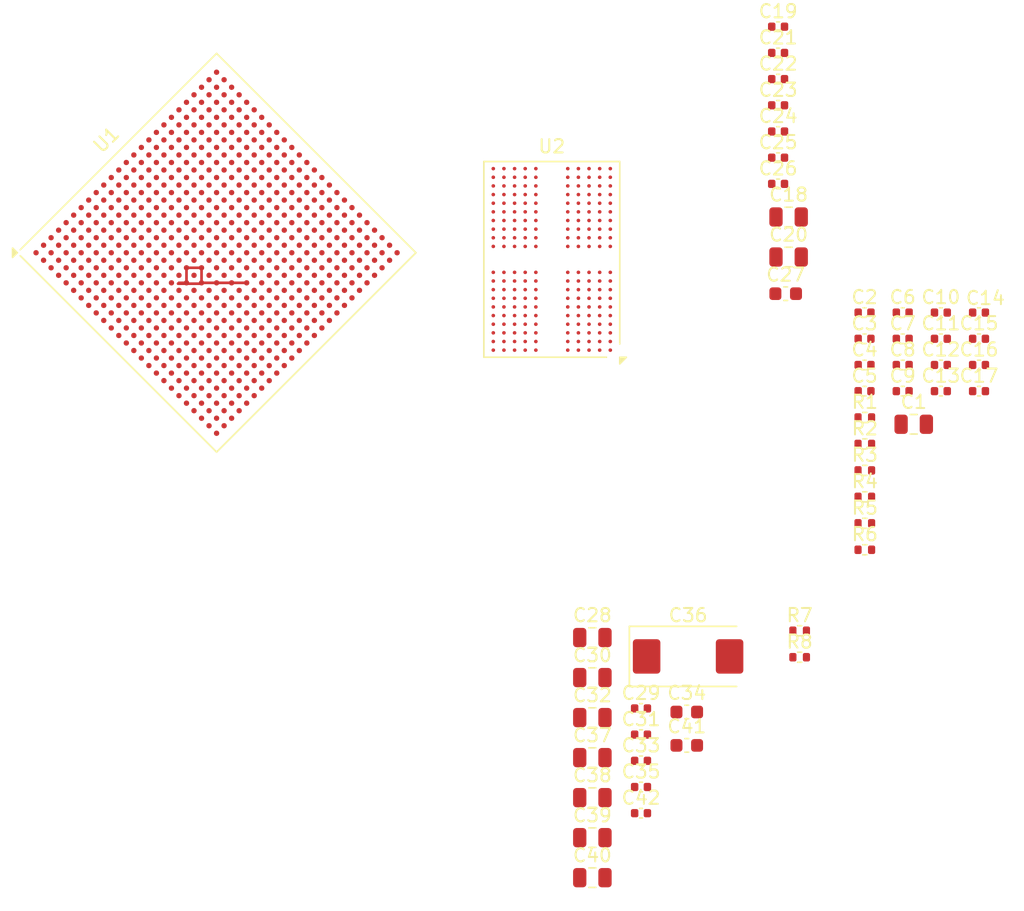
<source format=kicad_pcb>
(kicad_pcb (version 20241229) (generator "pcbnew") (generator_version "9.0")
  (layers (0 "F.Cu" signal) (2 "B.Cu" signal) (13 "F.Paste" user) (15 "B.Paste" user) (5 "F.SilkS" user "F.Silkscreen") (7 "B.SilkS" user "B.Silkscreen") (1 "F.Mask" user) (3 "B.Mask" user) (25 "Edge.Cuts" user))
  (net 0 "")
  (net 1 "Net-(U2A-ODT_CA_A)")
  (net 2 "VCCO_PS_DDR")
  (net 3 "Net-(U2A-ODT_CA_B)")
  (net 4 "GND")
  (net 5 "Net-(U1J-PS_DDR_ZQ)")
  (net 6 "Net-(U2A-ZQ0)")
  (net 7 "Net-(U2A-NC_A8)")
  (net 8 "/ZU3_DDR/PS_DDR_RST_N")
  (net 9 "VCC_PS_INT")
  (net 12 "/ZU3_DDR/PS_DDR_CKE1")
  (net 15 "VCC_PL_INT")
  (net 18 "/ZU3_DDR/PS_DDR_B_D10")
  (net 25 "Net-(U1A-PUDC_B)")
  (net 26 "/ZU3_DDR/PS_DDR_A_D0")
  (net 27 "GND_ADC")
  (net 30 "/ZU3_DDR/PS_DDR_A_DQS0_C")
  (net 40 "/ZU3_DDR/PS_DDR_B_D4")
  (net 42 "/ZU3_DDR/PS_DDR_A_D4")
  (net 51 "/ZU3_DDR/PS_DDR_B_D2")
  (net 54 "/ZU3_DDR/PS_DDR_B_DQS0_C")
  (net 58 "/ZU3_DDR/PS_DDR_B_DQS0_T")
  (net 60 "/ZU3_DDR/PS_DDR_CAB1")
  (net 68 "/ZU3_DDR/PS_DDR_A_D10")
  (net 82 "/ZU3_DDR/PS_DDR_CKA_C")
  (net 85 "/ZU3_DDR/PS_DDR_B_D3")
  (net 89 "/ZU3_DDR/PS_DDR_A_D5")
  (net 91 "/ZU3_DDR/PS_DDR_CAB5")
  (net 92 "/ZU3_DDR/PS_DDR_A_D7")
  (net 96 "/ZU3_DDR/PS_DDR_A_D12")
  (net 100 "/ZU3_DDR/PS_DDR_B_D14")
  (net 110 "/ZU3_DDR/PS_DDR_B_DQS1_T")
  (net 114 "/ZU3_DDR/PS_DDR_CAB4")
  (net 119 "/ZU3_DDR/PS_DDR_DMI0_A")
  (net 128 "/ZU3_DDR/PS_DDR_CAA4")
  (net 132 "/ZU3_DDR/PS_DDR_CAA0")
  (net 133 "/ZU3_DDR/PS_DDR_CKB_C")
  (net 138 "/ZU3_DDR/PS_DDR_A_D15")
  (net 144 "/ZU3_DDR/PS_DDR_B_D12")
  (net 158 "/ZU3_DDR/PS_DDR_B_D1")
  (net 167 "VCC_PS_AUX")
  (net 168 "/ZU3_DDR/PS_DDR_A_D13")
  (net 173 "/ZU3_DDR/PS_DDR_CS1_N")
  (net 174 "/ZU3_DDR/PS_DDR_A_D3")
  (net 176 "/ZU3_DDR/PS_DDR_B_D13")
  (net 185 "/ZU3_DDR/PS_DDR_B_D8")
  (net 199 "/ZU3_DDR/PS_DDR_B_DQS1_C")
  (net 207 "/ZU3_DDR/PS_DDR_CAB0")
  (net 222 "/ZU3_DDR/PS_DDR_CKB_T")
  (net 228 "/ZU3_DDR/PS_DDR_B_D0")
  (net 232 "/ZU3_DDR/PS_DDR_DMI1_B")
  (net 237 "/ZU3_DDR/PS_DDR_CAB3")
  (net 239 "/ZU3_DDR/PS_DDR_CAA5")
  (net 249 "/ZU3_DDR/PS_DDR_CKA_T")
  (net 252 "/ZU3_DDR/PS_DDR_DMI1_A")
  (net 265 "/ZU3_DDR/PS_DDR_B_D11")
  (net 285 "/ZU3_DDR/PS_DDR_B_D7")
  (net 292 "/ZU3_DDR/PS_DDR_CKE0")
  (net 293 "/ZU3_DDR/PS_DDR_CAB2")
  (net 294 "/ZU3_DDR/PS_DDR_A_D14")
  (net 299 "/ZU3_DDR/PS_DDR_B_D6")
  (net 301 "/ZU3_DDR/PS_DDR_CAA2")
  (net 324 "/ZU3_DDR/PS_DDR_B_D9")
  (net 332 "/ZU3_DDR/PS_DDR_B_D15")
  (net 339 "/ZU3_DDR/PS_DDR_DMI0_B")
  (net 342 "/ZU3_DDR/PS_DDR_A_D8")
  (net 344 "/ZU3_DDR/PS_DDR_A_D2")
  (net 347 "/ZU3_DDR/PS_DDR_A_D9")
  (net 350 "/ZU3_DDR/PS_DDR_A_DQS1_T")
  (net 357 "/ZU3_DDR/PS_DDR_A_D6")
  (net 363 "/ZU3_DDR/PS_DDR_A_DQS0_T")
  (net 368 "/ZU3_DDR/PS_DDR_CS0_N")
  (net 370 "/ZU3_DDR/PS_DDR_B_D5")
  (net 372 "/ZU3_DDR/PS_DDR_CAA3")
  (net 390 "/ZU3_DDR/PS_DDR_A_D11")
  (net 400 "/ZU3_DDR/PS_DDR_A_DQS1_C")
  (net 417 "/ZU3_DDR/PS_DDR_A_D1")
  (net 430 "/ZU3_DDR/PS_DDR_CAA1")
  (net 455 "VCC_PS_PLL")
  (net 456 "PS_MGTRAVCC")
  (net 457 "PS_MGTRAVTT")
  (footprint "Resistor_SMD:R_0402_1005Metric" (layer "F.Cu") (at 139.54 94.36)
    (property "Reference" "R4")
    (property "Value" "240")
  )
  (footprint "Capacitor_SMD:C_0402_1005Metric" (layer "F.Cu") (at 133.02 68.85)
    (property "Reference" "C25")
    (property "Value" "10nF/50V")
  )
  (footprint "Capacitor_SMD:C_0402_1005Metric" (layer "F.Cu") (at 122.71 110.27)
    (property "Reference" "C29")
    (property "Value" "10uF/6.3V")
  )
  (footprint "Capacitor_SMD:C_0805_2012Metric" (layer "F.Cu") (at 133.81 73.31)
    (property "Reference" "C18")
    (property "Value" "100uF/6.3V")
  )
  (footprint "Capacitor_SMD:C_0402_1005Metric" (layer "F.Cu") (at 142.39 86.41)
    (property "Reference" "C9")
    (property "Value" "47nF/50V")
  )
  (footprint "Resistor_SMD:R_0402_1005Metric" (layer "F.Cu") (at 139.54 90.38)
    (property "Reference" "R2")
    (property "Value" "10K")
  )
  (footprint "Capacitor_SMD:C_0402_1005Metric" (layer "F.Cu") (at 133.02 60.97)
    (property "Reference" "C21")
    (property "Value" "10uF/6.3V")
  )
  (footprint "Capacitor_SMD:C_0603_1608Metric" (layer "F.Cu") (at 126.15 113.05)
    (property "Reference" "C41")
    (property "Value" "47uF/6.3V")
  )
  (footprint "Capacitor_SMD:C_0805_2012Metric" (layer "F.Cu") (at 119.05 107.95)
    (property "Reference" "C30")
    (property "Value" "100uF/6.3V")
  )
  (footprint "Resistor_SMD:R_0402_1005Metric" (layer "F.Cu") (at 134.64 104.43)
    (property "Reference" "R7")
    (property "Value" "1K")
  )
  (footprint "Capacitor_SMD:C_0402_1005Metric" (layer "F.Cu") (at 139.52 86.41)
    (property "Reference" "C5")
    (property "Value" "100nF/16V")
  )
  (footprint "Resistor_SMD:R_0402_1005Metric" (layer "F.Cu") (at 139.54 96.35)
    (property "Reference" "R5")
    (property "Value" "240")
  )
  (footprint "Capacitor_SMD:C_0402_1005Metric" (layer "F.Cu") (at 145.26 82.47)
    (property "Reference" "C11")
    (property "Value" "1nF/50V")
  )
  (footprint "Capacitor_SMD:C_0402_1005Metric" (layer "F.Cu") (at 133.02 59)
    (property "Reference" "C19")
    (property "Value" "10uF/6.3V")
  )
  (footprint "Resistor_SMD:R_0402_1005Metric" (layer "F.Cu") (at 134.64 106.42)
    (property "Reference" "R8")
    (property "Value" "1K")
  )
  (footprint "Capacitor_SMD:C_0402_1005Metric" (layer "F.Cu") (at 139.52 80.5)
    (property "Reference" "C2")
    (property "Value" "10uF/6.3V")
  )
  (footprint "Capacitor_SMD:C_0805_2012Metric" (layer "F.Cu") (at 143.22 88.9)
    (property "Reference" "C1")
    (property "Value" "100uF/6.3V")
  )
  (footprint "Capacitor_SMD:C_0402_1005Metric" (layer "F.Cu") (at 133.02 64.91)
    (property "Reference" "C23")
    (property "Value" "10nF/50V")
  )
  (footprint "Capacitor_SMD:C_0805_2012Metric" (layer "F.Cu") (at 119.05 116.98)
    (property "Reference" "C38")
    (property "Value" "100uF/6.3V")
  )
  (footprint "Capacitor_SMD:C_0402_1005Metric" (layer "F.Cu") (at 133.02 66.88)
    (property "Reference" "C24")
    (property "Value" "10uF/6.3V")
  )
  (footprint "Resistor_SMD:R_0402_1005Metric" (layer "F.Cu") (at 139.54 98.34)
    (property "Reference" "R6")
    (property "Value" "4K7")
  )
  (footprint "Capacitor_SMD:C_0402_1005Metric" (layer "F.Cu") (at 148.13 82.47)
    (property "Reference" "C15")
    (property "Value" "1nF/50V")
  )
  (footprint "Capacitor_SMD:C_0603_1608Metric" (layer "F.Cu") (at 133.59 79.08)
    (property "Reference" "C27")
    (property "Value" "47uF/6.3V")
  )
  (footprint "Capacitor_Tantalum_SMD:CP_EIA-7343-20_Kemet-V" (layer "F.Cu") (at 126.25 106.36)
    (property "Reference" "C36")
    (property "Value" "330uF/2V")
  )
  (footprint "Capacitor_SMD:C_0402_1005Metric" (layer "F.Cu") (at 133.02 70.82)
    (property "Reference" "C26")
    (property "Value" "10uF/6.3V")
  )
  (footprint "Package_BGA:BGA-625_21.0x21.0mm_Layout25x25_P0.8mm" (layer "F.Cu") (at 90.788225 76 45)
    (property "Reference" "U1")
    (property "Value" "ZU3EGSFVA625")
  )
  (footprint "Capacitor_SMD:C_0402_1005Metric" (layer "F.Cu") (at 142.39 84.44)
    (property "Reference" "C8")
    (property "Value" "470nF/10V")
  )
  (footprint "Capacitor_SMD:C_0402_1005Metric" (layer "F.Cu") (at 122.71 114.21)
    (property "Reference" "C33")
    (property "Value" "10uF/6.3V")
  )
  (footprint "Capacitor_SMD:C_0805_2012Metric" (layer "F.Cu") (at 119.05 123)
    (property "Reference" "C40")
    (property "Value" "100uF/6.3V")
  )
  (footprint "Resistor_SMD:R_0402_1005Metric" (layer "F.Cu") (at 139.54 92.37)
    (property "Reference" "R3")
    (property "Value" "240")
  )
  (footprint "Capacitor_SMD:C_0402_1005Metric" (layer "F.Cu") (at 148.13 84.44)
    (property "Reference" "C16")
    (property "Value" "1nF/50V")
  )
  (footprint "Capacitor_SMD:C_0402_1005Metric" (layer "F.Cu") (at 142.39 80.5)
    (property "Reference" "C6")
    (property "Value" "47nF/50V")
  )
  (footprint "Capacitor_SMD:C_0805_2012Metric" (layer "F.Cu") (at 133.81 76.32)
    (property "Reference" "C20")
    (property "Value" "100uF/6.3V")
  )
  (footprint "Capacitor_SMD:C_0402_1005Metric" (layer "F.Cu") (at 142.39 82.47)
    (property "Reference" "C7")
    (property "Value" "470nF/10V")
  )
  (footprint "Capacitor_SMD:C_0402_1005Metric" (layer "F.Cu") (at 145.26 86.41)
    (property "Reference" "C13")
    (property "Value" "1nF/50V")
  )
  (footprint "Capacitor_SMD:C_0402_1005Metric" (layer "F.Cu") (at 148.13 86.41)
    (property "Reference" "C17")
    (property "Value" "1nF/50V")
  )
  (footprint "Package_BGA:BGA-200_10x14.5mm_Layout12x22_P0.8x0.65mm" (layer "F.Cu") (at 116 76.5 180)
    (property "Reference" "U2")
    (property "Value" "MT53D512M32D2DS-053 WT:D")
  )
  (footprint "Capacitor_SMD:C_0402_1005Metric" (layer "F.Cu") (at 139.52 84.44)
    (property "Reference" "C4")
    (property "Value" "100nF/16V")
  )
  (footprint "Capacitor_SMD:C_0402_1005Metric" (layer "F.Cu") (at 122.71 112.24)
    (property "Reference" "C31")
    (property "Value" "10uF/6.3V")
  )
  (footprint "Capacitor_SMD:C_0402_1005Metric" (layer "F.Cu") (at 133.02 62.94)
    (property "Reference" "C22")
    (property "Value" "10uF/6.3V")
  )
  (footprint "Capacitor_SMD:C_0603_1608Metric" (layer "F.Cu") (at 126.15 110.54)
    (property "Reference" "C34")
    (property "Value" "47uF/6.3V")
  )
  (footprint "Capacitor_SMD:C_0402_1005Metric" (layer "F.Cu") (at 122.71 118.15)
    (property "Reference" "C42")
    (property "Value" "10uF/6.3V")
  )
  (footprint "Capacitor_SMD:C_0402_1005Metric" (layer "F.Cu") (at 148.13 80.5)
    (property "Reference" "C14")
    (property "Value" "1nF/50V")
  )
  (footprint "Capacitor_SMD:C_0402_1005Metric" (layer "F.Cu") (at 145.26 80.5)
    (property "Reference" "C10")
    (property "Value" "1nF/50V")
  )
  (footprint "Capacitor_SMD:C_0805_2012Metric" (layer "F.Cu") (at 119.05 104.94)
    (property "Reference" "C28")
    (property "Value" "100uF/6.3V")
  )
  (footprint "Capacitor_SMD:C_0805_2012Metric" (layer "F.Cu") (at 119.05 113.97)
    (property "Reference" "C37")
    (property "Value" "100uF/6.3V")
  )
  (footprint "Capacitor_SMD:C_0402_1005Metric" (layer "F.Cu") (at 122.71 116.18)
    (property "Reference" "C35")
    (property "Value" "10uF/6.3V")
  )
  (footprint "Capacitor_SMD:C_0805_2012Metric" (layer "F.Cu") (at 119.05 119.99)
    (property "Reference" "C39")
    (property "Value" "100uF/6.3V")
  )
  (footprint "Capacitor_SMD:C_0402_1005Metric" (layer "F.Cu") (at 145.26 84.44)
    (property "Reference" "C12")
    (property "Value" "1nF/50V")
  )
  (footprint "Capacitor_SMD:C_0402_1005Metric" (layer "F.Cu") (at 139.52 82.47)
    (property "Reference" "C3")
    (property "Value" "10uF/6.3V")
  )
  (footprint "Capacitor_SMD:C_0805_2012Metric" (layer "F.Cu") (at 119.05 110.96)
    (property "Reference" "C32")
    (property "Value" "100uF/6.3V")
  )
  (footprint "Resistor_SMD:R_0402_1005Metric" (layer "F.Cu") (at 139.54 88.39)
    (property "Reference" "R1")
    (property "Value" "10K")
  )
  (segment (start 89.656854 77.131371) (end 89.656854 78.262742) (width 0.2) (layer "F.Cu") (net 4))
  (segment (start 91.919596 78.262742) (end 90.788225 78.262742) (width 0.2) (layer "F.Cu") (net 4))
  (segment (start 87.959797 78.262742) (end 87.895112 78.327427) (width 0.2) (layer "F.Cu") (net 4))
  (segment (start 89.592169 78.327427) (end 89.656854 78.262742) (width 0.2) (layer "F.Cu") (net 4))
  (segment (start 88.525483 78.262742) (end 87.959797 78.262742) (width 0.2) (layer "F.Cu") (net 4))
  (segment (start 88.525483 77.131371) (end 89.656854 77.131371) (width 0.2) (layer "F.Cu") (net 4))
  (segment (start 91.919596 78.262742) (end 93.050967 78.262742) (width 0.2) (layer "F.Cu") (net 4))
  (segment (start 88.525483 77.131371) (end 88.525483 78.262742) (width 0.2) (layer "F.Cu") (net 4))
  (segment (start 89.656854 78.262742) (end 90.788225 78.262742) (width 0.2) (layer "F.Cu") (net 4))
  (segment (start 87.895112 78.327427) (end 89.592169 78.327427) (width 0.2) (layer "F.Cu") (net 4))
)
</source>
